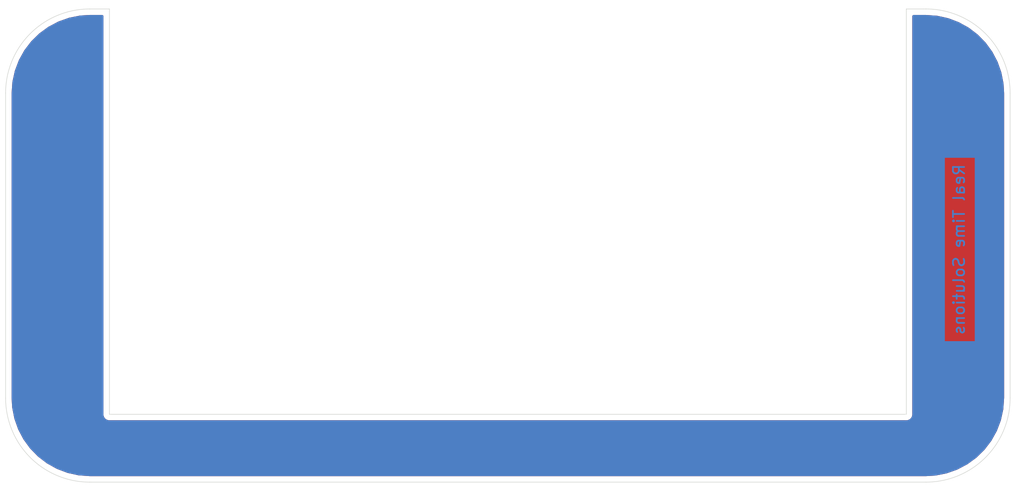
<source format=kicad_pcb>
(kicad_pcb (version 20171130) (host pcbnew "(5.1.4)-1")

  (general
    (thickness 1.6)
    (drawings 14)
    (tracks 0)
    (zones 0)
    (modules 0)
    (nets 1)
  )

  (page A4)
  (layers
    (0 F.Cu signal)
    (31 B.Cu signal)
    (32 B.Adhes user)
    (33 F.Adhes user)
    (34 B.Paste user)
    (35 F.Paste user)
    (36 B.SilkS user)
    (37 F.SilkS user)
    (38 B.Mask user)
    (39 F.Mask user)
    (40 Dwgs.User user)
    (41 Cmts.User user)
    (42 Eco1.User user)
    (43 Eco2.User user)
    (44 Edge.Cuts user)
    (45 Margin user)
    (46 B.CrtYd user)
    (47 F.CrtYd user)
    (48 B.Fab user)
    (49 F.Fab user)
  )

  (setup
    (last_trace_width 0.25)
    (trace_clearance 0.2)
    (zone_clearance 0.508)
    (zone_45_only no)
    (trace_min 0.2)
    (via_size 0.8)
    (via_drill 0.4)
    (via_min_size 0.4)
    (via_min_drill 0.3)
    (uvia_size 0.3)
    (uvia_drill 0.1)
    (uvias_allowed no)
    (uvia_min_size 0.2)
    (uvia_min_drill 0.1)
    (edge_width 0.05)
    (segment_width 0.2)
    (pcb_text_width 0.3)
    (pcb_text_size 1.5 1.5)
    (mod_edge_width 0.12)
    (mod_text_size 1 1)
    (mod_text_width 0.15)
    (pad_size 1.524 1.524)
    (pad_drill 0.762)
    (pad_to_mask_clearance 0.051)
    (solder_mask_min_width 0.25)
    (aux_axis_origin 0 0)
    (visible_elements 7EFFFFFF)
    (pcbplotparams
      (layerselection 0x010fc_ffffffff)
      (usegerberextensions false)
      (usegerberattributes false)
      (usegerberadvancedattributes false)
      (creategerberjobfile false)
      (excludeedgelayer true)
      (linewidth 0.100000)
      (plotframeref false)
      (viasonmask false)
      (mode 1)
      (useauxorigin false)
      (hpglpennumber 1)
      (hpglpenspeed 20)
      (hpglpendiameter 15.000000)
      (psnegative false)
      (psa4output false)
      (plotreference true)
      (plotvalue true)
      (plotinvisibletext false)
      (padsonsilk false)
      (subtractmaskfromsilk false)
      (outputformat 1)
      (mirror false)
      (drillshape 0)
      (scaleselection 1)
      (outputdirectory "gbr/"))
  )

  (net 0 "")

  (net_class Default "This is the default net class."
    (clearance 0.2)
    (trace_width 0.25)
    (via_dia 0.8)
    (via_drill 0.4)
    (uvia_dia 0.3)
    (uvia_drill 0.1)
  )

  (gr_line (start 80.25 -42.2) (end 82 -42.2) (layer Edge.Cuts) (width 0.05) (tstamp 5FD3684B))
  (gr_text "Real Time Solutions" (at 84.95 -20.75 90) (layer B.Cu) (tstamp 5F8B7D73)
    (effects (font (size 1 1) (thickness 0.15)) (justify mirror))
  )
  (gr_text "Real Time Solutions" (at 4.55 -20.75 270) (layer F.Cu)
    (effects (font (size 1 1) (thickness 0.15)))
  )
  (gr_line (start 80.25 -42.2) (end 80.25 -6.05) (layer Edge.Cuts) (width 0.05) (tstamp 5F8B7D05))
  (gr_line (start 9.25 -6.05) (end 9.25 -42.2) (layer Edge.Cuts) (width 0.05) (tstamp 5F8B7D01))
  (gr_line (start 9.25 -6.05) (end 80.25 -6.05) (layer Edge.Cuts) (width 0.05))
  (gr_arc (start 82 -7.5) (end 82 0) (angle -90) (layer Edge.Cuts) (width 0.05) (tstamp 5F8B25F2))
  (gr_arc (start 7.5 -7.5) (end 0 -7.5) (angle -90) (layer Edge.Cuts) (width 0.05) (tstamp 5F8B25CF))
  (gr_arc (start 82 -34.7) (end 89.5 -34.7) (angle -90) (layer Edge.Cuts) (width 0.05) (tstamp 5F8B2558))
  (gr_arc (start 7.5 -34.7) (end 7.5 -42.2) (angle -90) (layer Edge.Cuts) (width 0.05))
  (gr_line (start 0 -7.5) (end 0 -34.7) (layer Edge.Cuts) (width 0.05) (tstamp 5F8B1D9E))
  (gr_line (start 7.5 -42.2) (end 9.25 -42.2) (layer Edge.Cuts) (width 0.05) (tstamp 5F8B1DCF))
  (gr_line (start 89.5 -7.5) (end 89.5 -34.7) (layer Edge.Cuts) (width 0.05) (tstamp 5F8B1DB8))
  (gr_line (start 7.5 0) (end 82 0) (layer Edge.Cuts) (width 0.05))

  (zone (net 0) (net_name "") (layer F.Cu) (tstamp 0) (hatch edge 0.508)
    (connect_pads (clearance 0.508))
    (min_thickness 0.254)
    (fill yes (arc_segments 32) (thermal_gap 0.508) (thermal_bridge_width 0.508))
    (polygon
      (pts
        (xy -0.5 -43) (xy 90.75 -43) (xy 90.75 1.25) (xy -0.5 1.25)
      )
    )
    (filled_polygon
      (pts
        (xy 8.59 -6.082419) (xy 8.586807 -6.05) (xy 8.59955 -5.920617) (xy 8.63729 -5.796207) (xy 8.698575 -5.68155)
        (xy 8.772749 -5.591169) (xy 8.781052 -5.581052) (xy 8.88155 -5.498575) (xy 8.996207 -5.43729) (xy 9.120617 -5.39955)
        (xy 9.25 -5.386807) (xy 9.282419 -5.39) (xy 80.217581 -5.39) (xy 80.25 -5.386807) (xy 80.282419 -5.39)
        (xy 80.316159 -5.393323) (xy 80.379383 -5.39955) (xy 80.503793 -5.43729) (xy 80.61845 -5.498575) (xy 80.718948 -5.581052)
        (xy 80.801425 -5.68155) (xy 80.86271 -5.796207) (xy 80.90045 -5.920617) (xy 80.908749 -6.004879) (xy 80.913193 -6.05)
        (xy 80.91 -6.082419) (xy 80.91 -41.54) (xy 81.976094 -41.54) (xy 82.987141 -41.46664) (xy 83.953616 -41.253262)
        (xy 84.879156 -40.902607) (xy 85.744385 -40.422014) (xy 86.531169 -39.82156) (xy 87.223039 -39.113812) (xy 87.805493 -38.313604)
        (xy 88.266332 -37.43769) (xy 88.5959 -36.504434) (xy 88.788021 -35.529685) (xy 88.840001 -34.679818) (xy 88.84 -7.523906)
        (xy 88.76664 -6.512857) (xy 88.553262 -5.546384) (xy 88.202609 -4.620849) (xy 87.722019 -3.755622) (xy 87.12156 -2.968831)
        (xy 86.413808 -2.276958) (xy 85.613604 -1.694507) (xy 84.737693 -1.233669) (xy 83.804434 -0.9041) (xy 82.829685 -0.711979)
        (xy 81.979835 -0.66) (xy 7.523906 -0.66) (xy 6.512857 -0.73336) (xy 5.546384 -0.946738) (xy 4.620849 -1.297391)
        (xy 3.755622 -1.777981) (xy 2.968831 -2.37844) (xy 2.276958 -3.086192) (xy 1.694507 -3.886396) (xy 1.233669 -4.762307)
        (xy 0.9041 -5.695566) (xy 0.711979 -6.670315) (xy 0.66 -7.520165) (xy 0.66 -29.055238) (xy 3.0225 -29.055238)
        (xy 3.0225 -12.444762) (xy 5.9425 -12.444762) (xy 5.9425 -29.055238) (xy 3.0225 -29.055238) (xy 0.66 -29.055238)
        (xy 0.66 -34.676094) (xy 0.73336 -35.687141) (xy 0.946738 -36.653616) (xy 1.297393 -37.579156) (xy 1.777986 -38.444385)
        (xy 2.37844 -39.231169) (xy 3.086188 -39.923039) (xy 3.886396 -40.505493) (xy 4.76231 -40.966332) (xy 5.695566 -41.2959)
        (xy 6.670315 -41.488021) (xy 7.520165 -41.54) (xy 8.590001 -41.54)
      )
    )
  )
  (zone (net 0) (net_name "") (layer B.Cu) (tstamp 0) (hatch edge 0.508)
    (connect_pads (clearance 0.508))
    (min_thickness 0.254)
    (fill yes (arc_segments 32) (thermal_gap 0.508) (thermal_bridge_width 0.508))
    (polygon
      (pts
        (xy -0.5 -43) (xy 90.75 -43) (xy 90.75 1.25) (xy -0.5 1.25)
      )
    )
    (filled_polygon
      (pts
        (xy 8.59 -6.082419) (xy 8.586807 -6.05) (xy 8.59955 -5.920617) (xy 8.63729 -5.796207) (xy 8.698575 -5.68155)
        (xy 8.772749 -5.591169) (xy 8.781052 -5.581052) (xy 8.88155 -5.498575) (xy 8.996207 -5.43729) (xy 9.120617 -5.39955)
        (xy 9.25 -5.386807) (xy 9.282419 -5.39) (xy 80.217581 -5.39) (xy 80.25 -5.386807) (xy 80.282419 -5.39)
        (xy 80.316159 -5.393323) (xy 80.379383 -5.39955) (xy 80.503793 -5.43729) (xy 80.61845 -5.498575) (xy 80.718948 -5.581052)
        (xy 80.801425 -5.68155) (xy 80.86271 -5.796207) (xy 80.90045 -5.920617) (xy 80.908749 -6.004879) (xy 80.913193 -6.05)
        (xy 80.91 -6.082419) (xy 80.91 -29.055238) (xy 83.5575 -29.055238) (xy 83.5575 -12.444762) (xy 86.4775 -12.444762)
        (xy 86.4775 -29.055238) (xy 83.5575 -29.055238) (xy 80.91 -29.055238) (xy 80.91 -41.54) (xy 81.976094 -41.54)
        (xy 82.987141 -41.46664) (xy 83.953616 -41.253262) (xy 84.879156 -40.902607) (xy 85.744385 -40.422014) (xy 86.531169 -39.82156)
        (xy 87.223039 -39.113812) (xy 87.805493 -38.313604) (xy 88.266332 -37.43769) (xy 88.5959 -36.504434) (xy 88.788021 -35.529685)
        (xy 88.840001 -34.679818) (xy 88.84 -7.523906) (xy 88.76664 -6.512857) (xy 88.553262 -5.546384) (xy 88.202609 -4.620849)
        (xy 87.722019 -3.755622) (xy 87.12156 -2.968831) (xy 86.413808 -2.276958) (xy 85.613604 -1.694507) (xy 84.737693 -1.233669)
        (xy 83.804434 -0.9041) (xy 82.829685 -0.711979) (xy 81.979835 -0.66) (xy 7.523906 -0.66) (xy 6.512857 -0.73336)
        (xy 5.546384 -0.946738) (xy 4.620849 -1.297391) (xy 3.755622 -1.777981) (xy 2.968831 -2.37844) (xy 2.276958 -3.086192)
        (xy 1.694507 -3.886396) (xy 1.233669 -4.762307) (xy 0.9041 -5.695566) (xy 0.711979 -6.670315) (xy 0.66 -7.520165)
        (xy 0.66 -34.676094) (xy 0.73336 -35.687141) (xy 0.946738 -36.653616) (xy 1.297393 -37.579156) (xy 1.777986 -38.444385)
        (xy 2.37844 -39.231169) (xy 3.086188 -39.923039) (xy 3.886396 -40.505493) (xy 4.76231 -40.966332) (xy 5.695566 -41.2959)
        (xy 6.670315 -41.488021) (xy 7.520165 -41.54) (xy 8.590001 -41.54)
      )
    )
  )
)

</source>
